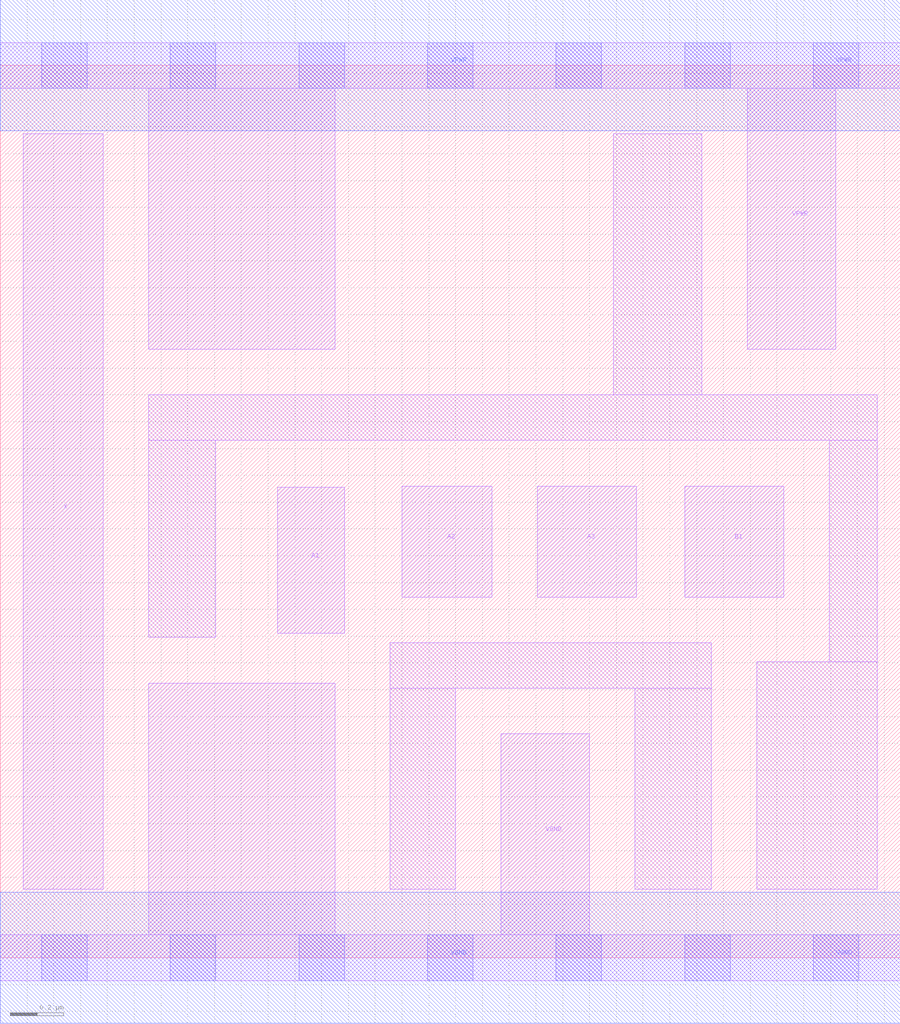
<source format=lef>
# Copyright 2020 The SkyWater PDK Authors
#
# Licensed under the Apache License, Version 2.0 (the "License");
# you may not use this file except in compliance with the License.
# You may obtain a copy of the License at
#
#     https://www.apache.org/licenses/LICENSE-2.0
#
# Unless required by applicable law or agreed to in writing, software
# distributed under the License is distributed on an "AS IS" BASIS,
# WITHOUT WARRANTIES OR CONDITIONS OF ANY KIND, either express or implied.
# See the License for the specific language governing permissions and
# limitations under the License.
#
# SPDX-License-Identifier: Apache-2.0

VERSION 5.7 ;
  NAMESCASESENSITIVE ON ;
  NOWIREEXTENSIONATPIN ON ;
  DIVIDERCHAR "/" ;
  BUSBITCHARS "[]" ;
UNITS
  DATABASE MICRONS 200 ;
END UNITS
MACRO sky130_fd_sc_lp__o31a_1
  CLASS CORE ;
  SOURCE USER ;
  FOREIGN sky130_fd_sc_lp__o31a_1 ;
  ORIGIN  0.000000  0.000000 ;
  SIZE  3.360000 BY  3.330000 ;
  SYMMETRY X Y R90 ;
  SITE unit ;
  PIN A1
    ANTENNAGATEAREA  0.315000 ;
    DIRECTION INPUT ;
    USE SIGNAL ;
    PORT
      LAYER li1 ;
        RECT 1.035000 1.210000 1.285000 1.755000 ;
    END
  END A1
  PIN A2
    ANTENNAGATEAREA  0.315000 ;
    DIRECTION INPUT ;
    USE SIGNAL ;
    PORT
      LAYER li1 ;
        RECT 1.500000 1.345000 1.835000 1.760000 ;
    END
  END A2
  PIN A3
    ANTENNAGATEAREA  0.315000 ;
    DIRECTION INPUT ;
    USE SIGNAL ;
    PORT
      LAYER li1 ;
        RECT 2.005000 1.345000 2.375000 1.760000 ;
    END
  END A3
  PIN B1
    ANTENNAGATEAREA  0.315000 ;
    DIRECTION INPUT ;
    USE SIGNAL ;
    PORT
      LAYER li1 ;
        RECT 2.555000 1.345000 2.925000 1.760000 ;
    END
  END B1
  PIN X
    ANTENNADIFFAREA  0.556500 ;
    DIRECTION OUTPUT ;
    USE SIGNAL ;
    PORT
      LAYER li1 ;
        RECT 0.085000 0.255000 0.385000 3.075000 ;
    END
  END X
  PIN VGND
    DIRECTION INOUT ;
    USE GROUND ;
    PORT
      LAYER li1 ;
        RECT 0.000000 -0.085000 3.360000 0.085000 ;
        RECT 0.555000  0.085000 1.250000 1.025000 ;
        RECT 1.870000  0.085000 2.200000 0.835000 ;
      LAYER mcon ;
        RECT 0.155000 -0.085000 0.325000 0.085000 ;
        RECT 0.635000 -0.085000 0.805000 0.085000 ;
        RECT 1.115000 -0.085000 1.285000 0.085000 ;
        RECT 1.595000 -0.085000 1.765000 0.085000 ;
        RECT 2.075000 -0.085000 2.245000 0.085000 ;
        RECT 2.555000 -0.085000 2.725000 0.085000 ;
        RECT 3.035000 -0.085000 3.205000 0.085000 ;
      LAYER met1 ;
        RECT 0.000000 -0.245000 3.360000 0.245000 ;
    END
  END VGND
  PIN VPWR
    DIRECTION INOUT ;
    USE POWER ;
    PORT
      LAYER li1 ;
        RECT 0.000000 3.245000 3.360000 3.415000 ;
        RECT 0.555000 2.270000 1.250000 3.245000 ;
        RECT 2.790000 2.270000 3.120000 3.245000 ;
      LAYER mcon ;
        RECT 0.155000 3.245000 0.325000 3.415000 ;
        RECT 0.635000 3.245000 0.805000 3.415000 ;
        RECT 1.115000 3.245000 1.285000 3.415000 ;
        RECT 1.595000 3.245000 1.765000 3.415000 ;
        RECT 2.075000 3.245000 2.245000 3.415000 ;
        RECT 2.555000 3.245000 2.725000 3.415000 ;
        RECT 3.035000 3.245000 3.205000 3.415000 ;
      LAYER met1 ;
        RECT 0.000000 3.085000 3.360000 3.575000 ;
    END
  END VPWR
  OBS
    LAYER li1 ;
      RECT 0.555000 1.195000 0.805000 1.930000 ;
      RECT 0.555000 1.930000 3.275000 2.100000 ;
      RECT 1.455000 0.255000 1.700000 1.005000 ;
      RECT 1.455000 1.005000 2.655000 1.175000 ;
      RECT 2.290000 2.100000 2.620000 3.075000 ;
      RECT 2.370000 0.255000 2.655000 1.005000 ;
      RECT 2.825000 0.255000 3.275000 1.105000 ;
      RECT 3.095000 1.105000 3.275000 1.930000 ;
  END
END sky130_fd_sc_lp__o31a_1

</source>
